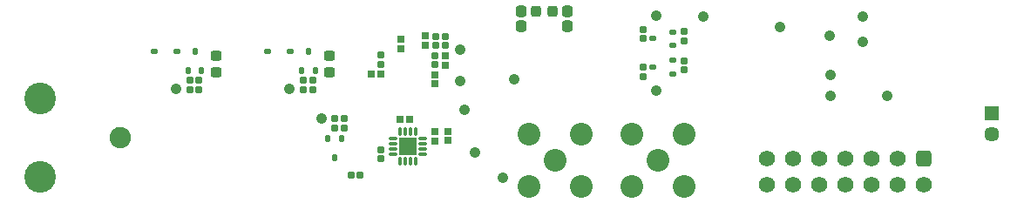
<source format=gbs>
G04*
G04 #@! TF.GenerationSoftware,Altium Limited,Altium Designer,23.10.1 (27)*
G04*
G04 Layer_Color=16711935*
%FSAX25Y25*%
%MOIN*%
G70*
G04*
G04 #@! TF.SameCoordinates,9A25CA80-9317-414E-98C9-A3F1B825D269*
G04*
G04*
G04 #@! TF.FilePolarity,Negative*
G04*
G01*
G75*
%ADD55O,0.01284X0.03647*%
%ADD57O,0.03647X0.01284*%
G04:AMPARAMS|DCode=72|XSize=26.62mil|YSize=26.62mil|CornerRadius=7.41mil|HoleSize=0mil|Usage=FLASHONLY|Rotation=0.000|XOffset=0mil|YOffset=0mil|HoleType=Round|Shape=RoundedRectangle|*
%AMROUNDEDRECTD72*
21,1,0.02662,0.01181,0,0,0.0*
21,1,0.01181,0.02662,0,0,0.0*
1,1,0.01481,0.00591,-0.00591*
1,1,0.01481,-0.00591,-0.00591*
1,1,0.01481,-0.00591,0.00591*
1,1,0.01481,0.00591,0.00591*
%
%ADD72ROUNDEDRECTD72*%
G04:AMPARAMS|DCode=79|XSize=28.2mil|YSize=28.2mil|CornerRadius=7.8mil|HoleSize=0mil|Usage=FLASHONLY|Rotation=180.000|XOffset=0mil|YOffset=0mil|HoleType=Round|Shape=RoundedRectangle|*
%AMROUNDEDRECTD79*
21,1,0.02820,0.01260,0,0,180.0*
21,1,0.01260,0.02820,0,0,180.0*
1,1,0.01560,-0.00630,0.00630*
1,1,0.01560,0.00630,0.00630*
1,1,0.01560,0.00630,-0.00630*
1,1,0.01560,-0.00630,-0.00630*
%
%ADD79ROUNDEDRECTD79*%
G04:AMPARAMS|DCode=80|XSize=28.2mil|YSize=28.2mil|CornerRadius=7.8mil|HoleSize=0mil|Usage=FLASHONLY|Rotation=270.000|XOffset=0mil|YOffset=0mil|HoleType=Round|Shape=RoundedRectangle|*
%AMROUNDEDRECTD80*
21,1,0.02820,0.01260,0,0,270.0*
21,1,0.01260,0.02820,0,0,270.0*
1,1,0.01560,-0.00630,-0.00630*
1,1,0.01560,-0.00630,0.00630*
1,1,0.01560,0.00630,0.00630*
1,1,0.01560,0.00630,-0.00630*
%
%ADD80ROUNDEDRECTD80*%
G04:AMPARAMS|DCode=81|XSize=40.4mil|YSize=44.34mil|CornerRadius=10.85mil|HoleSize=0mil|Usage=FLASHONLY|Rotation=0.000|XOffset=0mil|YOffset=0mil|HoleType=Round|Shape=RoundedRectangle|*
%AMROUNDEDRECTD81*
21,1,0.04040,0.02264,0,0,0.0*
21,1,0.01870,0.04434,0,0,0.0*
1,1,0.02170,0.00935,-0.01132*
1,1,0.02170,-0.00935,-0.01132*
1,1,0.02170,-0.00935,0.01132*
1,1,0.02170,0.00935,0.01132*
%
%ADD81ROUNDEDRECTD81*%
G04:AMPARAMS|DCode=82|XSize=42.37mil|YSize=38.43mil|CornerRadius=10.36mil|HoleSize=0mil|Usage=FLASHONLY|Rotation=270.000|XOffset=0mil|YOffset=0mil|HoleType=Round|Shape=RoundedRectangle|*
%AMROUNDEDRECTD82*
21,1,0.04237,0.01772,0,0,270.0*
21,1,0.02165,0.03843,0,0,270.0*
1,1,0.02072,-0.00886,-0.01083*
1,1,0.02072,-0.00886,0.01083*
1,1,0.02072,0.00886,0.01083*
1,1,0.02072,0.00886,-0.01083*
%
%ADD82ROUNDEDRECTD82*%
G04:AMPARAMS|DCode=83|XSize=26.62mil|YSize=26.62mil|CornerRadius=7.41mil|HoleSize=0mil|Usage=FLASHONLY|Rotation=270.000|XOffset=0mil|YOffset=0mil|HoleType=Round|Shape=RoundedRectangle|*
%AMROUNDEDRECTD83*
21,1,0.02662,0.01181,0,0,270.0*
21,1,0.01181,0.02662,0,0,270.0*
1,1,0.01481,-0.00591,-0.00591*
1,1,0.01481,-0.00591,0.00591*
1,1,0.01481,0.00591,0.00591*
1,1,0.01481,0.00591,-0.00591*
%
%ADD83ROUNDEDRECTD83*%
G04:AMPARAMS|DCode=85|XSize=42.37mil|YSize=38.43mil|CornerRadius=10.36mil|HoleSize=0mil|Usage=FLASHONLY|Rotation=0.000|XOffset=0mil|YOffset=0mil|HoleType=Round|Shape=RoundedRectangle|*
%AMROUNDEDRECTD85*
21,1,0.04237,0.01772,0,0,0.0*
21,1,0.02165,0.03843,0,0,0.0*
1,1,0.02072,0.01083,-0.00886*
1,1,0.02072,-0.01083,-0.00886*
1,1,0.02072,-0.01083,0.00886*
1,1,0.02072,0.01083,0.00886*
%
%ADD85ROUNDEDRECTD85*%
%ADD86C,0.08725*%
%ADD87C,0.08174*%
%ADD88C,0.12111*%
%ADD89C,0.05686*%
%ADD90R,0.05686X0.05686*%
%ADD91C,0.06206*%
G04:AMPARAMS|DCode=92|XSize=62.06mil|YSize=62.06mil|CornerRadius=16.26mil|HoleSize=0mil|Usage=FLASHONLY|Rotation=180.000|XOffset=0mil|YOffset=0mil|HoleType=Round|Shape=RoundedRectangle|*
%AMROUNDEDRECTD92*
21,1,0.06206,0.02953,0,0,180.0*
21,1,0.02953,0.06206,0,0,180.0*
1,1,0.03253,-0.01476,0.01476*
1,1,0.03253,0.01476,0.01476*
1,1,0.03253,0.01476,-0.01476*
1,1,0.03253,-0.01476,-0.01476*
%
%ADD92ROUNDEDRECTD92*%
%ADD118C,0.04237*%
G04:AMPARAMS|DCode=119|XSize=21.5mil|YSize=26.62mil|CornerRadius=6.13mil|HoleSize=0mil|Usage=FLASHONLY|Rotation=180.000|XOffset=0mil|YOffset=0mil|HoleType=Round|Shape=RoundedRectangle|*
%AMROUNDEDRECTD119*
21,1,0.02150,0.01437,0,0,180.0*
21,1,0.00925,0.02662,0,0,180.0*
1,1,0.01225,-0.00463,0.00719*
1,1,0.01225,0.00463,0.00719*
1,1,0.01225,0.00463,-0.00719*
1,1,0.01225,-0.00463,-0.00719*
%
%ADD119ROUNDEDRECTD119*%
G04:AMPARAMS|DCode=120|XSize=28.59mil|YSize=22.69mil|CornerRadius=6.42mil|HoleSize=0mil|Usage=FLASHONLY|Rotation=0.000|XOffset=0mil|YOffset=0mil|HoleType=Round|Shape=RoundedRectangle|*
%AMROUNDEDRECTD120*
21,1,0.02859,0.00984,0,0,0.0*
21,1,0.01575,0.02269,0,0,0.0*
1,1,0.01284,0.00787,-0.00492*
1,1,0.01284,-0.00787,-0.00492*
1,1,0.01284,-0.00787,0.00492*
1,1,0.01284,0.00787,0.00492*
%
%ADD120ROUNDEDRECTD120*%
%ADD121R,0.06599X0.06599*%
G04:AMPARAMS|DCode=122|XSize=21.5mil|YSize=26.62mil|CornerRadius=6.13mil|HoleSize=0mil|Usage=FLASHONLY|Rotation=270.000|XOffset=0mil|YOffset=0mil|HoleType=Round|Shape=RoundedRectangle|*
%AMROUNDEDRECTD122*
21,1,0.02150,0.01437,0,0,270.0*
21,1,0.00925,0.02662,0,0,270.0*
1,1,0.01225,-0.00719,-0.00463*
1,1,0.01225,-0.00719,0.00463*
1,1,0.01225,0.00719,0.00463*
1,1,0.01225,0.00719,-0.00463*
%
%ADD122ROUNDEDRECTD122*%
D55*
X0156004Y0015551D02*
D03*
X0157972D02*
D03*
X0159941D02*
D03*
X0161909D02*
D03*
Y0026772D02*
D03*
X0159941D02*
D03*
X0157972D02*
D03*
X0156004D02*
D03*
D57*
X0164567Y0018209D02*
D03*
Y0020177D02*
D03*
Y0022146D02*
D03*
Y0024114D02*
D03*
X0153347D02*
D03*
Y0022146D02*
D03*
Y0020177D02*
D03*
Y0018209D02*
D03*
D72*
X0248917Y0048031D02*
D03*
Y0051575D02*
D03*
X0248917Y0065945D02*
D03*
Y0062402D02*
D03*
X0264567Y0053937D02*
D03*
Y0050394D02*
D03*
Y0065158D02*
D03*
Y0061614D02*
D03*
X0169587Y0063287D02*
D03*
Y0059744D02*
D03*
X0173327Y0059744D02*
D03*
Y0063287D02*
D03*
X0131004Y0031791D02*
D03*
Y0028248D02*
D03*
X0122539Y0043012D02*
D03*
Y0046555D02*
D03*
X0118996D02*
D03*
Y0043012D02*
D03*
X0148622Y0056201D02*
D03*
Y0052658D02*
D03*
X0134744Y0031791D02*
D03*
Y0028248D02*
D03*
X0148819Y0016437D02*
D03*
Y0019980D02*
D03*
X0079134Y0043012D02*
D03*
Y0046555D02*
D03*
X0075591D02*
D03*
Y0043012D02*
D03*
X0169488Y0056004D02*
D03*
Y0052461D02*
D03*
D79*
X0174213Y0027008D02*
D03*
Y0023386D02*
D03*
X0173327Y0055945D02*
D03*
Y0052323D02*
D03*
X0156398Y0058524D02*
D03*
Y0062146D02*
D03*
X0165748Y0063524D02*
D03*
Y0059902D02*
D03*
X0169390Y0048661D02*
D03*
Y0045039D02*
D03*
X0169193Y0026909D02*
D03*
Y0023287D02*
D03*
D80*
X0148661Y0048720D02*
D03*
X0145039D02*
D03*
X0159685Y0031398D02*
D03*
X0156063D02*
D03*
D81*
X0202264Y0067224D02*
D03*
Y0072933D02*
D03*
X0219980Y0067224D02*
D03*
Y0072933D02*
D03*
D82*
X0207972Y0073032D02*
D03*
X0214272D02*
D03*
D83*
X0137303Y0010039D02*
D03*
X0140847D02*
D03*
D85*
X0129134Y0049508D02*
D03*
Y0055807D02*
D03*
X0085728Y0049508D02*
D03*
Y0055807D02*
D03*
D86*
X0244724Y0005748D02*
D03*
X0264724D02*
D03*
Y0025748D02*
D03*
X0244724D02*
D03*
X0254724Y0015748D02*
D03*
X0205354Y0005748D02*
D03*
X0225354D02*
D03*
Y0025748D02*
D03*
X0205354D02*
D03*
X0215354Y0015748D02*
D03*
D87*
X0049114Y0024508D02*
D03*
D88*
X0018406Y0009547D02*
D03*
Y0039469D02*
D03*
D89*
X0382480Y0025984D02*
D03*
D90*
Y0033858D02*
D03*
D91*
X0296424Y0006465D02*
D03*
Y0016417D02*
D03*
X0306424D02*
D03*
Y0006465D02*
D03*
X0316378Y0006417D02*
D03*
Y0016417D02*
D03*
X0326378Y0006417D02*
D03*
Y0016417D02*
D03*
X0356378Y0006417D02*
D03*
X0346378Y0016417D02*
D03*
Y0006417D02*
D03*
X0336378Y0016417D02*
D03*
Y0006417D02*
D03*
D92*
X0356378Y0016417D02*
D03*
D118*
X0199606Y0046850D02*
D03*
X0179035Y0046358D02*
D03*
X0179134Y0058366D02*
D03*
X0254035Y0071063D02*
D03*
Y0042520D02*
D03*
X0301476Y0066732D02*
D03*
X0320571Y0040551D02*
D03*
X0333169Y0070768D02*
D03*
X0320571Y0048622D02*
D03*
X0320473Y0063681D02*
D03*
X0342323Y0040551D02*
D03*
X0333169Y0061122D02*
D03*
X0184646Y0018898D02*
D03*
X0195276Y0009055D02*
D03*
X0180709Y0035039D02*
D03*
X0125886Y0031791D02*
D03*
X0070374Y0043110D02*
D03*
X0113779Y0043110D02*
D03*
X0271949Y0070965D02*
D03*
D119*
X0075000Y0050197D02*
D03*
X0077559Y0057677D02*
D03*
X0080118Y0050197D02*
D03*
X0131004Y0016732D02*
D03*
X0128445Y0024213D02*
D03*
X0133563D02*
D03*
X0118405Y0050197D02*
D03*
X0120965Y0057677D02*
D03*
X0123524Y0050197D02*
D03*
D120*
X0070571Y0057677D02*
D03*
X0061910D02*
D03*
X0105315Y0057677D02*
D03*
X0113976D02*
D03*
D121*
X0158957Y0021161D02*
D03*
D122*
X0252854Y0051575D02*
D03*
X0260335Y0054134D02*
D03*
Y0049016D02*
D03*
X0252854Y0062402D02*
D03*
X0260335Y0064961D02*
D03*
Y0059842D02*
D03*
M02*

</source>
